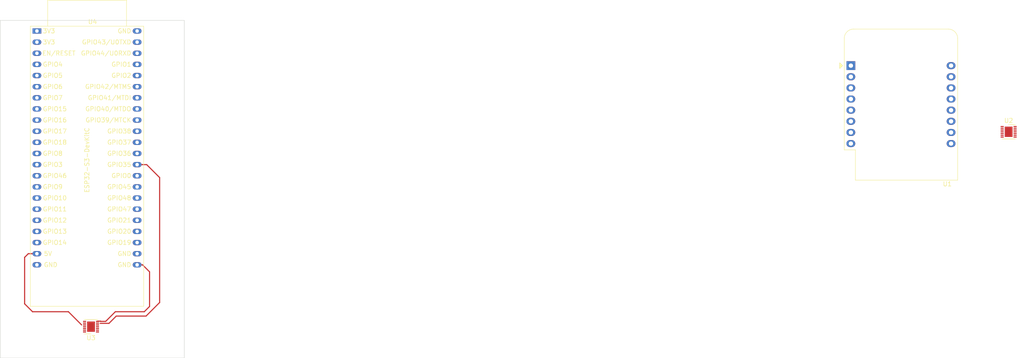
<source format=kicad_pcb>
(kicad_pcb (version 20221018) (generator pcbnew)
  (layers (0 "F.Cu" signal) (31 "B.Cu" signal) (34 "B.Paste" user) (35 "F.Paste" user) (36 "B.SilkS" user "B.Silkscreen") (37 "F.SilkS" user "F.Silkscreen") (38 "B.Mask" user) (39 "F.Mask" user) (44 "Edge.Cuts" user))
  (net 0 "")
  (net 10 "Net-(U1-GND)")
  (net 31 "Net-(U3-GND-Pad11)")
  (net 32 "Net-(U3-GAIN)")
  (net 33 "Net-(U3-MICOUT)")
  (net 39 "Net-(U4-3V3-Pad1)")
  (footprint "PCM_Espressif:ESP32-S3-DevKitC" (layer "F.Cu") (at 24.37 30.40792)
    (fp_text reference "U4" (at 12.7 -2.1) (layer "F.SilkS"))
    (fp_text value "ESP32-S3-DevKitC" (at 11.42632 29.46128 90) (layer "F.SilkS"))
    (fp_text user "GPIO47" (at 21.59 40.64 unlocked) (layer "F.SilkS") (effects (justify right)))
    (fp_text user "GPIO2" (at 21.59 10.16 unlocked) (layer "F.SilkS") (effects (justify right)))
    (fp_text user "GPIO39/MTCK" (at 21.59 20.32 unlocked) (layer "F.SilkS") (effects (justify right)))
    (fp_text user "GPIO41/MTDI" (at 21.59 15.24 unlocked) (layer "F.SilkS") (effects (justify right)))
    (fp_text user "GPIO13" (at 1.27 45.72 unlocked) (layer "F.SilkS") (effects (justify left)))
    (fp_text user "GPIO46" (at 1.27 33.02 unlocked) (layer "F.SilkS") (effects (justify left)))
    (fp_text user "GND" (at 21.59 53.34 unlocked) (layer "F.SilkS") (effects (justify right)))
    (fp_text user "GPIO19" (at 21.59 48.26 unlocked) (layer "F.SilkS") (effects (justify right)))
    (fp_text user "GPIO8" (at 1.27 27.94 unlocked) (layer "F.SilkS") (effects (justify left)))
    (fp_text user "GPIO0" (at 21.59 33.02 unlocked) (layer "F.SilkS") (effects (justify right)))
    (fp_text user "GPIO9" (at 1.27 35.56 unlocked) (layer "F.SilkS") (effects (justify left)))
    (fp_text user "GPIO37" (at 21.59 25.4 unlocked) (layer "F.SilkS") (effects (justify right)))
    (fp_text user "5V" (at 1.52032 50.79728 unlocked) (layer "F.SilkS") (effects (justify left)))
    (fp_text user "GPIO45" (at 21.59 35.56 unlocked) (layer "F.SilkS") (effects (justify right)))
    (fp_text user "GND" (at 1.52032 53.33728 unlocked) (layer "F.SilkS") (effects (justify left)))
    (fp_text user "GPIO1" (at 21.59 7.62 unlocked) (layer "F.SilkS") (effects (justify right)))
    (fp_text user "GPIO17" (at 1.27 22.86 unlocked) (layer "F.SilkS") (effects (justify left)))
    (fp_text user "GPIO16" (at 1.27 20.32 unlocked) (layer "F.SilkS") (effects (justify left)))
    (fp_text user "GPIO11" (at 1.27 40.64 unlocked) (layer "F.SilkS") (effects (justify left)))
    (fp_text user "GPIO40/MTDO" (at 21.59 17.78 unlocked) (layer "F.SilkS") (effects (justify right)))
    (fp_text user "GPIO38" (at 21.59 22.86 unlocked) (layer "F.SilkS") (effects (justify right)))
    (fp_text user "GPIO43/U0TXD" (at 21.59 2.54 unlocked) (layer "F.SilkS") (effects (justify right)))
    (fp_text user "GPIO10" (at 1.27 38.1 unlocked) (layer "F.SilkS") (effects (justify left)))
    (fp_text user "GPIO48" (at 21.59 38.1 unlocked) (layer "F.SilkS") (effects (justify right)))
    (fp_text user "GPIO15" (at 1.27 17.78 unlocked) (layer "F.SilkS") (effects (justify left)))
    (fp_text user "GPIO6" (at 1.27 12.7 unlocked) (layer "F.SilkS") (effects (justify left)))
    (fp_text user "GPIO5" (at 1.27 10.16 unlocked) (layer "F.SilkS") (effects (justify left)))
    (fp_text user "GPIO44/U0RXD" (at 21.59 5.08 unlocked) (layer "F.SilkS") (effects (justify right)))
    (fp_text user "GPIO18" (at 1.27 25.4 unlocked) (layer "F.SilkS") (effects (justify left)))
    (fp_text user "GPIO42/MTMS" (at 21.59 12.7 unlocked) (layer "F.SilkS") (effects (justify right)))
    (fp_text user "GPIO36" (at 21.59 27.94 unlocked) (layer "F.SilkS") (effects (justify right)))
    (fp_text user "GPIO14" (at 1.27 48.26 unlocked) (layer "F.SilkS") (effects (justify left)))
    (fp_text user "GPIO7" (at 1.27 15.24 unlocked) (layer "F.SilkS") (effects (justify left)))
    (fp_text user "GND" (at 21.59 0 unlocked) (layer "F.SilkS") (effects (justify right)))
    (fp_text user "GPIO21" (at 21.59 43.18 unlocked) (layer "F.SilkS") (effects (justify right)))
    (fp_text user "GPIO35" (at 21.59 30.48 unlocked) (layer "F.SilkS") (effects (justify right)))
    (fp_text user "GPIO4" (at 1.27 7.62 unlocked) (layer "F.SilkS") (effects (justify left)))
    (fp_text user "GPIO3" (at 1.27 30.48 unlocked) (layer "F.SilkS") (effects (justify left)))
    (fp_text user "3V3" (at 1.27 0 unlocked) (layer "F.SilkS") (effects (justify left)))
    (fp_text user "3V3" (at 1.27 2.54 unlocked) (layer "F.SilkS") (effects (justify left)))
    (fp_text user "EN/RESET" (at 8.88632 5.07728 unlocked) (layer "F.SilkS") (effects (justify right)))
    (fp_text user "GPIO20" (at 21.59 45.72 unlocked) (layer "F.SilkS") (effects (justify right)))
    (fp_text user "GPIO12" (at 1.27 43.18 unlocked) (layer "F.SilkS") (effects (justify left)))
    (fp_text user "GND" (at 21.59 50.8 unlocked) (layer "F.SilkS") (effects (justify right)))
    (fp_line (start -1.5 62.79728) (end 24.359999 62.79728) (stroke (width 0.12)) (layer "F.SilkS"))
    (fp_line (start -1.499999 -1.1) (end -1.5 62.79728) (stroke (width 0.12)) (layer "F.SilkS"))
    (fp_line (start 2.46012 -7.01312) (end 20.44332 -7.01312) (stroke (width 0.12)) (layer "F.SilkS"))
    (fp_line (start 2.46012 -1.12032) (end 2.46012 -7.01312) (stroke (width 0.12)) (layer "F.SilkS"))
    (fp_line (start 20.44332 -7.01312) (end 20.44332 -1.12032) (stroke (width 0.12)) (layer "F.SilkS"))
    (fp_line (start 24.359999 62.79728) (end 24.36 -1.1) (stroke (width 0.12)) (layer "F.SilkS"))
    (fp_line (start 24.36 -1.1) (end -1.499999 -1.1) (stroke (width 0.12)) (layer "F.SilkS"))
    (pad "1" thru_hole rect (at 0 0 270) (size 1.2 2) (drill 0.8) (layers "*.Cu" "*.Mask") (net 39 "Net-(U4-3V3-Pad1)"))
    (pad "2" thru_hole oval (at 0 2.54 270) (size 1.2 2) (drill 0.8) (layers "*.Cu" "*.Mask") (net 39 "Net-(U4-3V3-Pad1)"))
    (pad "3" thru_hole oval (at 0 5.08 270) (size 1.2 2) (drill 0.8) (layers "*.Cu" "*.Mask"))
    (pad "4" thru_hole oval (at 0 7.62 270) (size 1.2 2) (drill 0.8) (layers "*.Cu" "*.Mask"))
    (pad "5" thru_hole oval (at 0 10.16 270) (size 1.2 2) (drill 0.8) (layers "*.Cu" "*.Mask"))
    (pad "6" thru_hole oval (at 0 12.7 270) (size 1.2 2) (drill 0.8) (layers "*.Cu" "*.Mask"))
    (pad "7" thru_hole oval (at 0 15.24 270) (size 1.2 2) (drill 0.8) (layers "*.Cu" "*.Mask"))
    (pad "8" thru_hole oval (at 0 17.78 270) (size 1.2 2) (drill 0.8) (layers "*.Cu" "*.Mask"))
    (pad "9" thru_hole oval (at 0 20.32 270) (size 1.2 2) (drill 0.8) (layers "*.Cu" "*.Mask"))
    (pad "10" thru_hole oval (at 0 22.86 270) (size 1.2 2) (drill 0.8) (layers "*.Cu" "*.Mask"))
    (pad "11" thru_hole oval (at 0 25.4 270) (size 1.2 2) (drill 0.8) (layers "*.Cu" "*.Mask"))
    (pad "12" thru_hole oval (at 0 27.94 270) (size 1.2 2) (drill 0.8) (layers "*.Cu" "*.Mask"))
    (pad "13" thru_hole oval (at 0 30.48 270) (size 1.2 2) (drill 0.8) (layers "*.Cu" "*.Mask"))
    (pad "14" thru_hole oval (at 0 33.02 270) (size 1.2 2) (drill 0.8) (layers "*.Cu" "*.Mask"))
    (pad "15" thru_hole oval (at 0 35.56 270) (size 1.2 2) (drill 0.8) (layers "*.Cu" "*.Mask"))
    (pad "16" thru_hole oval (at 0 38.1 270) (size 1.2 2) (drill 0.8) (layers "*.Cu" "*.Mask"))
    (pad "17" thru_hole oval (at 0 40.64 270) (size 1.2 2) (drill 0.8) (layers "*.Cu" "*.Mask"))
    (pad "18" thru_hole oval (at 0 43.18 270) (size 1.2 2) (drill 0.8) (layers "*.Cu" "*.Mask"))
    (pad "19" thru_hole oval (at 0 45.72 270) (size 1.2 2) (drill 0.8) (layers "*.Cu" "*.Mask"))
    (pad "20" thru_hole oval (at -0.00368 48.25728 270) (size 1.2 2) (drill 0.8) (layers "*.Cu" "*.Mask"))
    (pad "21" thru_hole oval (at -0.00368 50.79728 270) (size 1.2 2) (drill 0.8) (layers "*.Cu" "*.Mask") (net 32 "Net-(U3-GAIN)"))
    (pad "22" thru_hole oval (at -0.00368 53.33728 270) (size 1.2 2) (drill 0.8) (layers "*.Cu" "*.Mask") (net 31 "Net-(U3-GND-Pad11)"))
    (pad "23" thru_hole oval (at 22.86 53.34 270) (size 1.2 2) (drill 0.8) (layers "*.Cu" "*.Mask") (net 31 "Net-(U3-GND-Pad11)"))
    (pad "24" thru_hole oval (at 22.86 50.8 270) (size 1.2 2) (drill 0.8) (layers "*.Cu" "*.Mask") (net 31 "Net-(U3-GND-Pad11)"))
    (pad "25" thru_hole oval (at 22.86 48.26 270) (size 1.2 2) (drill 0.8) (layers "*.Cu" "*.Mask"))
    (pad "26" thru_hole oval (at 22.86 45.72 270) (size 1.2 2) (drill 0.8) (layers "*.Cu" "*.Mask"))
    (pad "27" thru_hole oval (at 22.86 43.18 270) (size 1.2 2) (drill 0.8) (layers "*.Cu" "*.Mask"))
    (pad "28" thru_hole oval (at 22.86 40.64 270) (size 1.2 2) (drill 0.8) (layers "*.Cu" "*.Mask"))
    (pad "29" thru_hole oval (at 22.86 38.1 270) (size 1.2 2) (drill 0.8) (layers "*.Cu" "*.Mask"))
    (pad "30" thru_hole oval (at 22.86 35.56 270) (size 1.2 2) (drill 0.8) (layers "*.Cu" "*.Mask"))
    (pad "31" thru_hole oval (at 22.86 33.02 270) (size 1.2 2) (drill 0.8) (layers "*.Cu" "*.Mask"))
    (pad "32" thru_hole oval (at 22.86 30.48 270) (size 1.2 2) (drill 0.8) (layers "*.Cu" "*.Mask") (net 33 "Net-(U3-MICOUT)"))
    (pad "33" thru_hole oval (at 22.86 27.94 270) (size 1.2 2) (drill 0.8) (layers "*.Cu" "*.Mask"))
    (pad "34" thru_hole oval (at 22.86 25.4 270) (size 1.2 2) (drill 0.8) (layers "*.Cu" "*.Mask"))
    (pad "35" thru_hole oval (at 22.86 22.86 270) (size 1.2 2) (drill 0.8) (layers "*.Cu" "*.Mask"))
    (pad "36" thru_hole oval (at 22.86 20.32 270) (size 1.2 2) (drill 0.8) (layers "*.Cu" "*.Mask"))
    (pad "37" thru_hole oval (at 22.86 17.78 270) (size 1.2 2) (drill 0.8) (layers "*.Cu" "*.Mask"))
    (pad "38" thru_hole oval (at 22.86 15.24 270) (size 1.2 2) (drill 0.8) (layers "*.Cu" "*.Mask"))
    (pad "39" thru_hole oval (at 22.86 12.7 270) (size 1.2 2) (drill 0.8) (layers "*.Cu" "*.Mask"))
    (pad "40" thru_hole oval (at 22.86 10.16 270) (size 1.2 2) (drill 0.8) (layers "*.Cu" "*.Mask"))
    (pad "41" thru_hole oval (at 22.86 7.62 270) (size 1.2 2) (drill 0.8) (layers "*.Cu" "*.Mask"))
    (pad "42" thru_hole oval (at 22.86 5.08 270) (size 1.2 2) (drill 0.8) (layers "*.Cu" "*.Mask"))
    (pad "43" thru_hole oval (at 22.86 2.54 270) (size 1.2 2) (drill 0.8) (layers "*.Cu" "*.Mask"))
    (pad "44" thru_hole oval (at 22.86 0 270) (size 1.2 2) (drill 0.8) (layers "*.Cu" "*.Mask") (net 31 "Net-(U3-GND-Pad11)"))
  )
  (footprint "Module:WEMOS_D1_mini_light" (layer "F.Cu") (at 210.055 38.31)
    (fp_text reference "U1" (at 22 27) (layer "F.SilkS"))
    (fp_text value "WeMos_D1_mini")
    (fp_line (start -1.5 19.22) (end -1.5 -6.21) (stroke (width 0.12)) (layer "F.SilkS"))
    (fp_line (start -1.5 19.22) (end 1.04 19.22) (stroke (width 0.12)) (layer "F.SilkS"))
    (fp_line (start 1.04 19.22) (end 1.04 26.12) (stroke (width 0.12)) (layer "F.SilkS"))
    (fp_line (start 1.04 26.12) (end 24.36 26.12) (stroke (width 0.12)) (layer "F.SilkS"))
    (fp_line (start 22.24 -8.34) (end 0.63 -8.34) (stroke (width 0.12)) (layer "F.SilkS"))
    (fp_line (start 24.36 26.12) (end 24.36 -6.21) (stroke (width 0.12)) (layer "F.SilkS"))
    (fp_arc (start -1.5 -6.21) (mid -0.876137 -7.716137) (end 0.63 -8.34) (stroke (width 0.12)) (layer "F.SilkS"))
    (fp_arc (start 22.23 -8.34) (mid 23.736137 -7.716137) (end 24.36 -6.21) (stroke (width 0.12)) (layer "F.SilkS"))
    (fp_poly (pts (xy -2.54 -0.635) (xy -2.54 0.635) (xy -1.905 0)) (stroke (width 0.15)) (fill solid) (layer "F.SilkS"))
    (pad "1" thru_hole rect (at 0 0) (size 2 2) (drill 1) (layers "*.Cu" "*.Mask"))
    (pad "2" thru_hole oval (at 0 2.54) (size 2 1.6) (drill 1) (layers "*.Cu" "*.Mask"))
    (pad "3" thru_hole oval (at 0 5.08) (size 2 1.6) (drill 1) (layers "*.Cu" "*.Mask"))
    (pad "4" thru_hole oval (at 0 7.62) (size 2 1.6) (drill 1) (layers "*.Cu" "*.Mask"))
    (pad "5" thru_hole oval (at 0 10.16) (size 2 1.6) (drill 1) (layers "*.Cu" "*.Mask"))
    (pad "6" thru_hole oval (at 0 12.7) (size 2 1.6) (drill 1) (layers "*.Cu" "*.Mask"))
    (pad "7" thru_hole oval (at 0 15.24) (size 2 1.6) (drill 1) (layers "*.Cu" "*.Mask"))
    (pad "8" thru_hole oval (at 0 17.78) (size 2 1.6) (drill 1) (layers "*.Cu" "*.Mask"))
    (pad "9" thru_hole oval (at 22.86 17.78) (size 2 1.6) (drill 1) (layers "*.Cu" "*.Mask"))
    (pad "10" thru_hole oval (at 22.86 15.24) (size 2 1.6) (drill 1) (layers "*.Cu" "*.Mask") (net 10 "Net-(U1-GND)"))
    (pad "11" thru_hole oval (at 22.86 12.7) (size 2 1.6) (drill 1) (layers "*.Cu" "*.Mask"))
    (pad "12" thru_hole oval (at 22.86 10.16) (size 2 1.6) (drill 1) (layers "*.Cu" "*.Mask"))
    (pad "13" thru_hole oval (at 22.86 7.62) (size 2 1.6) (drill 1) (layers "*.Cu" "*.Mask"))
    (pad "14" thru_hole oval (at 22.86 5.08) (size 2 1.6) (drill 1) (layers "*.Cu" "*.Mask"))
    (pad "15" thru_hole oval (at 22.86 2.54) (size 2 1.6) (drill 1) (layers "*.Cu" "*.Mask"))
    (pad "16" thru_hole oval (at 22.86 0) (size 2 1.6) (drill 1) (layers "*.Cu" "*.Mask"))
  )
  (footprint "Package_DFN_QFN:DFN-14-1EP_3x3mm_P0.4mm_EP1.78x2.35mm" (layer "F.Cu") (at 36.71632 97.8577 180)
    (fp_text reference "U3" (at 0 -2.55) (layer "F.SilkS"))
    (fp_text value "MAX9814")
    (fp_line (start -1.5 1.625) (end 1.5 1.625) (stroke (width 0.15)) (layer "F.SilkS"))
    (fp_line (start 0 -1.625) (end 1.5 -1.625) (stroke (width 0.15)) (layer "F.SilkS"))
    (pad "1" smd rect (at -1.475 -1.2 180) (size 0.7 0.25) (layers "F.Cu" "F.Paste" "F.Mask"))
    (pad "2" smd rect (at -1.475 -0.8 180) (size 0.7 0.25) (layers "F.Cu" "F.Paste" "F.Mask"))
    (pad "3" smd rect (at -1.475 -0.4 180) (size 0.7 0.25) (layers "F.Cu" "F.Paste" "F.Mask"))
    (pad "4" smd rect (at -1.475 0 180) (size 0.7 0.25) (layers "F.Cu" "F.Paste" "F.Mask") (net 31 "Net-(U3-GND-Pad11)"))
    (pad "5" smd rect (at -1.475 0.4 180) (size 0.7 0.25) (layers "F.Cu" "F.Paste" "F.Mask") (net 32 "Net-(U3-GAIN)"))
    (pad "6" smd rect (at -1.475 0.8 180) (size 0.7 0.25) (layers "F.Cu" "F.Paste" "F.Mask") (net 33 "Net-(U3-MICOUT)"))
    (pad "7" smd rect (at -1.475 1.2 180) (size 0.7 0.25) (layers "F.Cu" "F.Paste" "F.Mask") (net 31 "Net-(U3-GND-Pad11)"))
    (pad "8" smd rect (at 1.475 1.2 180) (size 0.7 0.25) (layers "F.Cu" "F.Paste" "F.Mask"))
    (pad "9" smd rect (at 1.475 0.8 180) (size 0.7 0.25) (layers "F.Cu" "F.Paste" "F.Mask"))
    (pad "10" smd rect (at 1.475 0.4 180) (size 0.7 0.25) (layers "F.Cu" "F.Paste" "F.Mask") (net 32 "Net-(U3-GAIN)"))
    (pad "11" smd rect (at 1.475 0 180) (size 0.7 0.25) (layers "F.Cu" "F.Paste" "F.Mask") (net 31 "Net-(U3-GND-Pad11)"))
    (pad "12" smd rect (at 1.475 -0.4 180) (size 0.7 0.25) (layers "F.Cu" "F.Paste" "F.Mask"))
    (pad "13" smd rect (at 1.475 -0.8 180) (size 0.7 0.25) (layers "F.Cu" "F.Paste" "F.Mask"))
    (pad "14" smd rect (at 1.475 -1.2 180) (size 0.7 0.25) (layers "F.Cu" "F.Paste" "F.Mask"))
    (pad "15" smd rect (at 0 0 180) (size 1.78 2.35) (layers "F.Cu" "F.Mask") (net 31 "Net-(U3-GND-Pad11)"))
  )
  (footprint "Package_DFN_QFN:DFN-14-1EP_3x3mm_P0.4mm_EP1.78x2.35mm" (layer "F.Cu") (at 246.05 53.4)
    (fp_text reference "U2" (at 0 -2.55) (layer "F.SilkS"))
    (fp_text value "MAX9814")
    (fp_line (start -1.5 1.625) (end 1.5 1.625) (stroke (width 0.15)) (layer "F.SilkS"))
    (fp_line (start 0 -1.625) (end 1.5 -1.625) (stroke (width 0.15)) (layer "F.SilkS"))
    (pad "1" smd rect (at -1.475 -1.2) (size 0.7 0.25) (layers "F.Cu" "F.Paste" "F.Mask"))
    (pad "2" smd rect (at -1.475 -0.8) (size 0.7 0.25) (layers "F.Cu" "F.Paste" "F.Mask"))
    (pad "3" smd rect (at -1.475 -0.4) (size 0.7 0.25) (layers "F.Cu" "F.Paste" "F.Mask"))
    (pad "4" smd rect (at -1.475 0) (size 0.7 0.25) (layers "F.Cu" "F.Paste" "F.Mask") (net 10 "Net-(U1-GND)"))
    (pad "5" smd rect (at -1.475 0.4) (size 0.7 0.25) (layers "F.Cu" "F.Paste" "F.Mask"))
    (pad "6" smd rect (at -1.475 0.8) (size 0.7 0.25) (layers "F.Cu" "F.Paste" "F.Mask"))
    (pad "7" smd rect (at -1.475 1.2) (size 0.7 0.25) (layers "F.Cu" "F.Paste" "F.Mask") (net 10 "Net-(U1-GND)"))
    (pad "8" smd rect (at 1.475 1.2) (size 0.7 0.25) (layers "F.Cu" "F.Paste" "F.Mask"))
    (pad "9" smd rect (at 1.475 0.8) (size 0.7 0.25) (layers "F.Cu" "F.Paste" "F.Mask"))
    (pad "10" smd rect (at 1.475 0.4) (size 0.7 0.25) (layers "F.Cu" "F.Paste" "F.Mask"))
    (pad "11" smd rect (at 1.475 0) (size 0.7 0.25) (layers "F.Cu" "F.Paste" "F.Mask") (net 10 "Net-(U1-GND)"))
    (pad "12" smd rect (at 1.475 -0.4) (size 0.7 0.25) (layers "F.Cu" "F.Paste" "F.Mask"))
    (pad "13" smd rect (at 1.475 -0.8) (size 0.7 0.25) (layers "F.Cu" "F.Paste" "F.Mask"))
    (pad "14" smd rect (at 1.475 -1.2) (size 0.7 0.25) (layers "F.Cu" "F.Paste" "F.Mask"))
    (pad "15" smd rect (at 0 0) (size 1.78 2.35) (layers "F.Cu" "F.Mask") (net 10 "Net-(U1-GND)"))
  )
  (gr_line (start 58 28) (end 58 105) (stroke (width 0.1)) (layer "Edge.Cuts"))
  (gr_line (start 16 105) (end 16 28) (stroke (width 0.1)) (layer "Edge.Cuts"))
  (gr_line (start 58 105) (end 16 105) (stroke (width 0.1)) (layer "Edge.Cuts"))
  (gr_line (start 16 28) (end 58 28) (stroke (width 0.1)) (layer "Edge.Cuts"))
  (segment (start 42.26632 94.4452) (end 40.06152 96.65) (width 0.25) (layer "F.Cu") (net 31))
  (segment (start 38.86632 96.6077) (end 38.19132 96.6077) (width 0.25) (layer "F.Cu") (net 31))
  (segment (start 48.86632 94.4452) (end 42.26632 94.4452) (width 0.25) (layer "F.Cu") (net 31))
  (segment (start 48.46904 83.74792) (end 50.06632 85.3452) (width 0.25) (layer "F.Cu") (net 31))
  (segment (start 40.06152 96.65) (end 38.90862 96.65) (width 0.25) (layer "F.Cu") (net 31))
  (segment (start 38.90862 96.65) (end 38.86632 96.6077) (width 0.25) (layer "F.Cu") (net 31))
  (segment (start 47.23 83.74792) (end 48.46904 83.74792) (width 0.25) (layer "F.Cu") (net 31))
  (segment (start 50.06632 93.2452) (end 48.86632 94.4452) (width 0.25) (layer "F.Cu") (net 31))
  (segment (start 50.06632 85.3452) (end 50.06632 93.2452) (width 0.25) (layer "F.Cu") (net 31))
  (segment (start 23.36632 94.4452) (end 31.55382 94.4452) (width 0.25) (layer "F.Cu") (net 32))
  (segment (start 24.36632 81.2052) (end 22.40632 81.2052) (width 0.25) (layer "F.Cu") (net 32))
  (segment (start 21.56632 82.0452) (end 21.56632 92.6452) (width 0.25) (layer "F.Cu") (net 32))
  (segment (start 22.40632 81.2052) (end 21.56632 82.0452) (width 0.25) (layer "F.Cu") (net 32))
  (segment (start 21.56632 92.6452) (end 23.36632 94.4452) (width 0.25) (layer "F.Cu") (net 32))
  (segment (start 31.55382 94.4452) (end 34.56632 97.4577) (width 0.25) (layer "F.Cu") (net 32))
  (segment (start 47.23 60.88792) (end 49.40904 60.88792) (width 0.25) (layer "F.Cu") (net 33))
  (segment (start 52.36632 63.8452) (end 52.36632 92.3452) (width 0.25) (layer "F.Cu") (net 33))
  (segment (start 49.40904 60.88792) (end 52.36632 63.8452) (width 0.25) (layer "F.Cu") (net 33))
  (segment (start 49.26632 95.4452) (end 42.46632 95.4452) (width 0.25) (layer "F.Cu") (net 33))
  (segment (start 52.36632 92.3452) (end 49.26632 95.4452) (width 0.25) (layer "F.Cu") (net 33))
  (segment (start 40.81152 97.1) (end 38.8 97.1) (width 0.25) (layer "F.Cu") (net 33))
  (segment (start 42.46632 95.4452) (end 40.81152 97.1) (width 0.25) (layer "F.Cu") (net 33))
)
</source>
